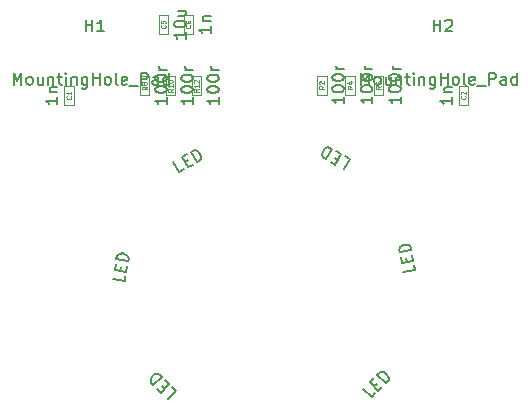
<source format=gbr>
G04 #@! TF.GenerationSoftware,KiCad,Pcbnew,(6.0.2)*
G04 #@! TF.CreationDate,2022-09-07T09:27:56-04:00*
G04 #@! TF.ProjectId,Foras Promineo CLR PCB,466f7261-7320-4507-926f-6d696e656f20,rev?*
G04 #@! TF.SameCoordinates,PX4c4b400PY6a92b70*
G04 #@! TF.FileFunction,AssemblyDrawing,Top*
%FSLAX46Y46*%
G04 Gerber Fmt 4.6, Leading zero omitted, Abs format (unit mm)*
G04 Created by KiCad (PCBNEW (6.0.2)) date 2022-09-07 09:27:56*
%MOMM*%
%LPD*%
G01*
G04 APERTURE LIST*
%ADD10C,0.150000*%
%ADD11C,0.060000*%
%ADD12C,0.100000*%
G04 APERTURE END LIST*
D10*
G04 #@! TO.C,D2*
X12601241Y24999580D02*
X12683930Y24530624D01*
X11699123Y24356976D01*
X12027506Y25236891D02*
X11969624Y25565160D01*
X12460668Y25796805D02*
X12543358Y25327849D01*
X11558550Y25154201D01*
X11475861Y25623157D01*
X12386248Y26218866D02*
X11401440Y26045218D01*
X11360095Y26279696D01*
X11382184Y26428651D01*
X11459437Y26538980D01*
X11544959Y26602414D01*
X11724273Y26682385D01*
X11864960Y26707192D01*
X12060811Y26693373D01*
X12162871Y26663015D01*
X12273200Y26585762D01*
X12344903Y26453344D01*
X12386248Y26218866D01*
G04 #@! TO.C,D3*
X9345231Y14100631D02*
X9008514Y13763914D01*
X8301407Y14471020D01*
X9210544Y14706723D02*
X9446247Y14942425D01*
X9917651Y14673051D02*
X9580934Y14336333D01*
X8873827Y15043440D01*
X9210544Y15380158D01*
X10220697Y14976097D02*
X9513590Y15683204D01*
X9681949Y15851562D01*
X9816636Y15918906D01*
X9951323Y15918906D01*
X10052338Y15885234D01*
X10220697Y15784219D01*
X10321712Y15683204D01*
X10422728Y15514845D01*
X10456399Y15413830D01*
X10456399Y15279143D01*
X10389056Y15144456D01*
X10220697Y14976097D01*
G04 #@! TO.C,D1*
X6737293Y34194228D02*
X7153201Y33962327D01*
X6666210Y33088920D01*
X6191067Y33899059D02*
X5899931Y34061389D01*
X6030249Y34588458D02*
X6446157Y34356558D01*
X5959166Y33483151D01*
X5543258Y33715051D01*
X5655932Y34797169D02*
X5168941Y33923762D01*
X4960987Y34039712D01*
X4859404Y34150873D01*
X4822603Y34280435D01*
X4827392Y34386806D01*
X4878562Y34576360D01*
X4948132Y34701132D01*
X5082483Y34844305D01*
X5170454Y34904297D01*
X5300015Y34941098D01*
X5447978Y34913119D01*
X5655932Y34797169D01*
G04 #@! TO.C,D5*
X-11821225Y24071470D02*
X-11903915Y23602514D01*
X-12888723Y23776162D01*
X-12279194Y24490697D02*
X-12221311Y24818967D01*
X-11680653Y24868695D02*
X-11763342Y24399739D01*
X-12748150Y24573387D01*
X-12665461Y25042343D01*
X-11606232Y25290755D02*
X-12591040Y25464404D01*
X-12549695Y25698882D01*
X-12477993Y25831300D01*
X-12367664Y25908553D01*
X-12265603Y25938911D01*
X-12069752Y25952730D01*
X-11929065Y25927923D01*
X-11749752Y25847952D01*
X-11664229Y25784518D01*
X-11586976Y25674189D01*
X-11564887Y25525233D01*
X-11606232Y25290755D01*
G04 #@! TO.C,D6*
X-6845541Y33066972D02*
X-7257934Y32828876D01*
X-7757934Y33694902D01*
X-6818770Y33687271D02*
X-6530095Y33853937D01*
X-6144472Y33471733D02*
X-6556866Y33233638D01*
X-7056866Y34099664D01*
X-6644472Y34337759D01*
X-5773319Y33686019D02*
X-6273319Y34552045D01*
X-6067122Y34671092D01*
X-5919595Y34701281D01*
X-5789497Y34666422D01*
X-5700639Y34607753D01*
X-5564161Y34466605D01*
X-5492733Y34342887D01*
X-5438734Y34154120D01*
X-5432354Y34047832D01*
X-5467214Y33917735D01*
X-5567122Y33805067D01*
X-5773319Y33686019D01*
G04 #@! TO.C,D4*
X-7873631Y14647232D02*
X-7536914Y14310515D01*
X-8244020Y13603408D01*
X-8479723Y14512545D02*
X-8715425Y14748248D01*
X-8446051Y15219652D02*
X-8109333Y14882935D01*
X-8816440Y14175828D01*
X-9153158Y14512545D01*
X-8749097Y15522698D02*
X-9456204Y14815591D01*
X-9624562Y14983950D01*
X-9691906Y15118637D01*
X-9691906Y15253324D01*
X-9658234Y15354339D01*
X-9557219Y15522698D01*
X-9456204Y15623713D01*
X-9287845Y15724729D01*
X-9186830Y15758400D01*
X-9052143Y15758400D01*
X-8917456Y15691057D01*
X-8749097Y15522698D01*
G04 #@! TO.C,C1*
X-17577620Y39183334D02*
X-17577620Y38611905D01*
X-17577620Y38897620D02*
X-18577620Y38897620D01*
X-18434762Y38802381D01*
X-18339524Y38707143D01*
X-18291905Y38611905D01*
X-18244286Y39611905D02*
X-17577620Y39611905D01*
X-18149048Y39611905D02*
X-18196667Y39659524D01*
X-18244286Y39754762D01*
X-18244286Y39897620D01*
X-18196667Y39992858D01*
X-18101429Y40040477D01*
X-17577620Y40040477D01*
D11*
X-16457143Y39283334D02*
X-16438096Y39264286D01*
X-16419048Y39207143D01*
X-16419048Y39169048D01*
X-16438096Y39111905D01*
X-16476191Y39073810D01*
X-16514286Y39054762D01*
X-16590477Y39035715D01*
X-16647620Y39035715D01*
X-16723810Y39054762D01*
X-16761905Y39073810D01*
X-16800000Y39111905D01*
X-16819048Y39169048D01*
X-16819048Y39207143D01*
X-16800000Y39264286D01*
X-16780953Y39283334D01*
X-16419048Y39664286D02*
X-16419048Y39435715D01*
X-16419048Y39550000D02*
X-16819048Y39550000D01*
X-16761905Y39511905D01*
X-16723810Y39473810D01*
X-16704762Y39435715D01*
D10*
G04 #@! TO.C,C2*
X15822380Y39183334D02*
X15822380Y38611905D01*
X15822380Y38897620D02*
X14822380Y38897620D01*
X14965238Y38802381D01*
X15060476Y38707143D01*
X15108095Y38611905D01*
X15155714Y39611905D02*
X15822380Y39611905D01*
X15250952Y39611905D02*
X15203333Y39659524D01*
X15155714Y39754762D01*
X15155714Y39897620D01*
X15203333Y39992858D01*
X15298571Y40040477D01*
X15822380Y40040477D01*
D11*
X16942857Y39283334D02*
X16961904Y39264286D01*
X16980952Y39207143D01*
X16980952Y39169048D01*
X16961904Y39111905D01*
X16923809Y39073810D01*
X16885714Y39054762D01*
X16809523Y39035715D01*
X16752380Y39035715D01*
X16676190Y39054762D01*
X16638095Y39073810D01*
X16600000Y39111905D01*
X16580952Y39169048D01*
X16580952Y39207143D01*
X16600000Y39264286D01*
X16619047Y39283334D01*
X16619047Y39435715D02*
X16600000Y39454762D01*
X16580952Y39492858D01*
X16580952Y39588096D01*
X16600000Y39626191D01*
X16619047Y39645239D01*
X16657142Y39664286D01*
X16695238Y39664286D01*
X16752380Y39645239D01*
X16980952Y39416667D01*
X16980952Y39664286D01*
D10*
G04 #@! TO.C,H1*
X-21301429Y40247620D02*
X-21301429Y41247620D01*
X-20968096Y40533334D01*
X-20634762Y41247620D01*
X-20634762Y40247620D01*
X-20015715Y40247620D02*
X-20110953Y40295239D01*
X-20158572Y40342858D01*
X-20206191Y40438096D01*
X-20206191Y40723810D01*
X-20158572Y40819048D01*
X-20110953Y40866667D01*
X-20015715Y40914286D01*
X-19872858Y40914286D01*
X-19777620Y40866667D01*
X-19730001Y40819048D01*
X-19682381Y40723810D01*
X-19682381Y40438096D01*
X-19730001Y40342858D01*
X-19777620Y40295239D01*
X-19872858Y40247620D01*
X-20015715Y40247620D01*
X-18825239Y40914286D02*
X-18825239Y40247620D01*
X-19253810Y40914286D02*
X-19253810Y40390477D01*
X-19206191Y40295239D01*
X-19110953Y40247620D01*
X-18968096Y40247620D01*
X-18872858Y40295239D01*
X-18825239Y40342858D01*
X-18349048Y40914286D02*
X-18349048Y40247620D01*
X-18349048Y40819048D02*
X-18301429Y40866667D01*
X-18206191Y40914286D01*
X-18063334Y40914286D01*
X-17968096Y40866667D01*
X-17920477Y40771429D01*
X-17920477Y40247620D01*
X-17587143Y40914286D02*
X-17206191Y40914286D01*
X-17444286Y41247620D02*
X-17444286Y40390477D01*
X-17396667Y40295239D01*
X-17301429Y40247620D01*
X-17206191Y40247620D01*
X-16872858Y40247620D02*
X-16872858Y40914286D01*
X-16872858Y41247620D02*
X-16920477Y41200000D01*
X-16872858Y41152381D01*
X-16825239Y41200000D01*
X-16872858Y41247620D01*
X-16872858Y41152381D01*
X-16396667Y40914286D02*
X-16396667Y40247620D01*
X-16396667Y40819048D02*
X-16349048Y40866667D01*
X-16253810Y40914286D01*
X-16110953Y40914286D01*
X-16015715Y40866667D01*
X-15968096Y40771429D01*
X-15968096Y40247620D01*
X-15063334Y40914286D02*
X-15063334Y40104762D01*
X-15110953Y40009524D01*
X-15158572Y39961905D01*
X-15253810Y39914286D01*
X-15396667Y39914286D01*
X-15491905Y39961905D01*
X-15063334Y40295239D02*
X-15158572Y40247620D01*
X-15349048Y40247620D01*
X-15444286Y40295239D01*
X-15491905Y40342858D01*
X-15539524Y40438096D01*
X-15539524Y40723810D01*
X-15491905Y40819048D01*
X-15444286Y40866667D01*
X-15349048Y40914286D01*
X-15158572Y40914286D01*
X-15063334Y40866667D01*
X-14587143Y40247620D02*
X-14587143Y41247620D01*
X-14587143Y40771429D02*
X-14015715Y40771429D01*
X-14015715Y40247620D02*
X-14015715Y41247620D01*
X-13396667Y40247620D02*
X-13491905Y40295239D01*
X-13539524Y40342858D01*
X-13587143Y40438096D01*
X-13587143Y40723810D01*
X-13539524Y40819048D01*
X-13491905Y40866667D01*
X-13396667Y40914286D01*
X-13253810Y40914286D01*
X-13158572Y40866667D01*
X-13110953Y40819048D01*
X-13063334Y40723810D01*
X-13063334Y40438096D01*
X-13110953Y40342858D01*
X-13158572Y40295239D01*
X-13253810Y40247620D01*
X-13396667Y40247620D01*
X-12491905Y40247620D02*
X-12587143Y40295239D01*
X-12634762Y40390477D01*
X-12634762Y41247620D01*
X-11730000Y40295239D02*
X-11825239Y40247620D01*
X-12015715Y40247620D01*
X-12110953Y40295239D01*
X-12158572Y40390477D01*
X-12158572Y40771429D01*
X-12110953Y40866667D01*
X-12015715Y40914286D01*
X-11825239Y40914286D01*
X-11730000Y40866667D01*
X-11682381Y40771429D01*
X-11682381Y40676191D01*
X-12158572Y40580953D01*
X-11491905Y40152381D02*
X-10730000Y40152381D01*
X-10491905Y40247620D02*
X-10491905Y41247620D01*
X-10110953Y41247620D01*
X-10015715Y41200000D01*
X-9968096Y41152381D01*
X-9920477Y41057143D01*
X-9920477Y40914286D01*
X-9968096Y40819048D01*
X-10015715Y40771429D01*
X-10110953Y40723810D01*
X-10491905Y40723810D01*
X-9063334Y40247620D02*
X-9063334Y40771429D01*
X-9110953Y40866667D01*
X-9206191Y40914286D01*
X-9396667Y40914286D01*
X-9491905Y40866667D01*
X-9063334Y40295239D02*
X-9158572Y40247620D01*
X-9396667Y40247620D01*
X-9491905Y40295239D01*
X-9539524Y40390477D01*
X-9539524Y40485715D01*
X-9491905Y40580953D01*
X-9396667Y40628572D01*
X-9158572Y40628572D01*
X-9063334Y40676191D01*
X-8158572Y40247620D02*
X-8158572Y41247620D01*
X-8158572Y40295239D02*
X-8253810Y40247620D01*
X-8444286Y40247620D01*
X-8539524Y40295239D01*
X-8587143Y40342858D01*
X-8634762Y40438096D01*
X-8634762Y40723810D01*
X-8587143Y40819048D01*
X-8539524Y40866667D01*
X-8444286Y40914286D01*
X-8253810Y40914286D01*
X-8158572Y40866667D01*
X-15191905Y44747620D02*
X-15191905Y45747620D01*
X-15191905Y45271429D02*
X-14620477Y45271429D01*
X-14620477Y44747620D02*
X-14620477Y45747620D01*
X-13620477Y44747620D02*
X-14191905Y44747620D01*
X-13906191Y44747620D02*
X-13906191Y45747620D01*
X-14001429Y45604762D01*
X-14096667Y45509524D01*
X-14191905Y45461905D01*
G04 #@! TO.C,H2*
X8158571Y40247620D02*
X8158571Y41247620D01*
X8491904Y40533334D01*
X8825238Y41247620D01*
X8825238Y40247620D01*
X9444285Y40247620D02*
X9349047Y40295239D01*
X9301428Y40342858D01*
X9253809Y40438096D01*
X9253809Y40723810D01*
X9301428Y40819048D01*
X9349047Y40866667D01*
X9444285Y40914286D01*
X9587142Y40914286D01*
X9682380Y40866667D01*
X9730000Y40819048D01*
X9777619Y40723810D01*
X9777619Y40438096D01*
X9730000Y40342858D01*
X9682380Y40295239D01*
X9587142Y40247620D01*
X9444285Y40247620D01*
X10634761Y40914286D02*
X10634761Y40247620D01*
X10206190Y40914286D02*
X10206190Y40390477D01*
X10253809Y40295239D01*
X10349047Y40247620D01*
X10491904Y40247620D01*
X10587142Y40295239D01*
X10634761Y40342858D01*
X11110952Y40914286D02*
X11110952Y40247620D01*
X11110952Y40819048D02*
X11158571Y40866667D01*
X11253809Y40914286D01*
X11396666Y40914286D01*
X11491904Y40866667D01*
X11539523Y40771429D01*
X11539523Y40247620D01*
X11872857Y40914286D02*
X12253809Y40914286D01*
X12015714Y41247620D02*
X12015714Y40390477D01*
X12063333Y40295239D01*
X12158571Y40247620D01*
X12253809Y40247620D01*
X12587142Y40247620D02*
X12587142Y40914286D01*
X12587142Y41247620D02*
X12539523Y41200000D01*
X12587142Y41152381D01*
X12634761Y41200000D01*
X12587142Y41247620D01*
X12587142Y41152381D01*
X13063333Y40914286D02*
X13063333Y40247620D01*
X13063333Y40819048D02*
X13110952Y40866667D01*
X13206190Y40914286D01*
X13349047Y40914286D01*
X13444285Y40866667D01*
X13491904Y40771429D01*
X13491904Y40247620D01*
X14396666Y40914286D02*
X14396666Y40104762D01*
X14349047Y40009524D01*
X14301428Y39961905D01*
X14206190Y39914286D01*
X14063333Y39914286D01*
X13968095Y39961905D01*
X14396666Y40295239D02*
X14301428Y40247620D01*
X14110952Y40247620D01*
X14015714Y40295239D01*
X13968095Y40342858D01*
X13920476Y40438096D01*
X13920476Y40723810D01*
X13968095Y40819048D01*
X14015714Y40866667D01*
X14110952Y40914286D01*
X14301428Y40914286D01*
X14396666Y40866667D01*
X14872857Y40247620D02*
X14872857Y41247620D01*
X14872857Y40771429D02*
X15444285Y40771429D01*
X15444285Y40247620D02*
X15444285Y41247620D01*
X16063333Y40247620D02*
X15968095Y40295239D01*
X15920476Y40342858D01*
X15872857Y40438096D01*
X15872857Y40723810D01*
X15920476Y40819048D01*
X15968095Y40866667D01*
X16063333Y40914286D01*
X16206190Y40914286D01*
X16301428Y40866667D01*
X16349047Y40819048D01*
X16396666Y40723810D01*
X16396666Y40438096D01*
X16349047Y40342858D01*
X16301428Y40295239D01*
X16206190Y40247620D01*
X16063333Y40247620D01*
X16968095Y40247620D02*
X16872857Y40295239D01*
X16825238Y40390477D01*
X16825238Y41247620D01*
X17730000Y40295239D02*
X17634761Y40247620D01*
X17444285Y40247620D01*
X17349047Y40295239D01*
X17301428Y40390477D01*
X17301428Y40771429D01*
X17349047Y40866667D01*
X17444285Y40914286D01*
X17634761Y40914286D01*
X17730000Y40866667D01*
X17777619Y40771429D01*
X17777619Y40676191D01*
X17301428Y40580953D01*
X17968095Y40152381D02*
X18730000Y40152381D01*
X18968095Y40247620D02*
X18968095Y41247620D01*
X19349047Y41247620D01*
X19444285Y41200000D01*
X19491904Y41152381D01*
X19539523Y41057143D01*
X19539523Y40914286D01*
X19491904Y40819048D01*
X19444285Y40771429D01*
X19349047Y40723810D01*
X18968095Y40723810D01*
X20396666Y40247620D02*
X20396666Y40771429D01*
X20349047Y40866667D01*
X20253809Y40914286D01*
X20063333Y40914286D01*
X19968095Y40866667D01*
X20396666Y40295239D02*
X20301428Y40247620D01*
X20063333Y40247620D01*
X19968095Y40295239D01*
X19920476Y40390477D01*
X19920476Y40485715D01*
X19968095Y40580953D01*
X20063333Y40628572D01*
X20301428Y40628572D01*
X20396666Y40676191D01*
X21301428Y40247620D02*
X21301428Y41247620D01*
X21301428Y40295239D02*
X21206190Y40247620D01*
X21015714Y40247620D01*
X20920476Y40295239D01*
X20872857Y40342858D01*
X20825238Y40438096D01*
X20825238Y40723810D01*
X20872857Y40819048D01*
X20920476Y40866667D01*
X21015714Y40914286D01*
X21206190Y40914286D01*
X21301428Y40866667D01*
X14268095Y44747620D02*
X14268095Y45747620D01*
X14268095Y45271429D02*
X14839523Y45271429D01*
X14839523Y44747620D02*
X14839523Y45747620D01*
X15268095Y45652381D02*
X15315714Y45700000D01*
X15410952Y45747620D01*
X15649047Y45747620D01*
X15744285Y45700000D01*
X15791904Y45652381D01*
X15839523Y45557143D01*
X15839523Y45461905D01*
X15791904Y45319048D01*
X15220476Y44747620D01*
X15839523Y44747620D01*
G04 #@! TO.C,R2*
X6682380Y39223810D02*
X6682380Y38652381D01*
X6682380Y38938096D02*
X5682380Y38938096D01*
X5825238Y38842858D01*
X5920476Y38747620D01*
X5968095Y38652381D01*
X5682380Y39842858D02*
X5682380Y39938096D01*
X5730000Y40033334D01*
X5777619Y40080953D01*
X5872857Y40128572D01*
X6063333Y40176191D01*
X6301428Y40176191D01*
X6491904Y40128572D01*
X6587142Y40080953D01*
X6634761Y40033334D01*
X6682380Y39938096D01*
X6682380Y39842858D01*
X6634761Y39747620D01*
X6587142Y39700000D01*
X6491904Y39652381D01*
X6301428Y39604762D01*
X6063333Y39604762D01*
X5872857Y39652381D01*
X5777619Y39700000D01*
X5730000Y39747620D01*
X5682380Y39842858D01*
X5682380Y40795239D02*
X5682380Y40890477D01*
X5730000Y40985715D01*
X5777619Y41033334D01*
X5872857Y41080953D01*
X6063333Y41128572D01*
X6301428Y41128572D01*
X6491904Y41080953D01*
X6587142Y41033334D01*
X6634761Y40985715D01*
X6682380Y40890477D01*
X6682380Y40795239D01*
X6634761Y40700000D01*
X6587142Y40652381D01*
X6491904Y40604762D01*
X6301428Y40557143D01*
X6063333Y40557143D01*
X5872857Y40604762D01*
X5777619Y40652381D01*
X5730000Y40700000D01*
X5682380Y40795239D01*
X6682380Y41557143D02*
X6015714Y41557143D01*
X6206190Y41557143D02*
X6110952Y41604762D01*
X6063333Y41652381D01*
X6015714Y41747620D01*
X6015714Y41842858D01*
D11*
X4980952Y40133334D02*
X4790476Y40000000D01*
X4980952Y39904762D02*
X4580952Y39904762D01*
X4580952Y40057143D01*
X4600000Y40095239D01*
X4619047Y40114286D01*
X4657142Y40133334D01*
X4714285Y40133334D01*
X4752380Y40114286D01*
X4771428Y40095239D01*
X4790476Y40057143D01*
X4790476Y39904762D01*
X4619047Y40285715D02*
X4600000Y40304762D01*
X4580952Y40342858D01*
X4580952Y40438096D01*
X4600000Y40476191D01*
X4619047Y40495239D01*
X4657142Y40514286D01*
X4695238Y40514286D01*
X4752380Y40495239D01*
X4980952Y40266667D01*
X4980952Y40514286D01*
D10*
G04 #@! TO.C,R4*
X9082380Y39223810D02*
X9082380Y38652381D01*
X9082380Y38938096D02*
X8082380Y38938096D01*
X8225238Y38842858D01*
X8320476Y38747620D01*
X8368095Y38652381D01*
X8082380Y39842858D02*
X8082380Y39938096D01*
X8130000Y40033334D01*
X8177619Y40080953D01*
X8272857Y40128572D01*
X8463333Y40176191D01*
X8701428Y40176191D01*
X8891904Y40128572D01*
X8987142Y40080953D01*
X9034761Y40033334D01*
X9082380Y39938096D01*
X9082380Y39842858D01*
X9034761Y39747620D01*
X8987142Y39700000D01*
X8891904Y39652381D01*
X8701428Y39604762D01*
X8463333Y39604762D01*
X8272857Y39652381D01*
X8177619Y39700000D01*
X8130000Y39747620D01*
X8082380Y39842858D01*
X8082380Y40795239D02*
X8082380Y40890477D01*
X8130000Y40985715D01*
X8177619Y41033334D01*
X8272857Y41080953D01*
X8463333Y41128572D01*
X8701428Y41128572D01*
X8891904Y41080953D01*
X8987142Y41033334D01*
X9034761Y40985715D01*
X9082380Y40890477D01*
X9082380Y40795239D01*
X9034761Y40700000D01*
X8987142Y40652381D01*
X8891904Y40604762D01*
X8701428Y40557143D01*
X8463333Y40557143D01*
X8272857Y40604762D01*
X8177619Y40652381D01*
X8130000Y40700000D01*
X8082380Y40795239D01*
X9082380Y41557143D02*
X8415714Y41557143D01*
X8606190Y41557143D02*
X8510952Y41604762D01*
X8463333Y41652381D01*
X8415714Y41747620D01*
X8415714Y41842858D01*
D11*
X7380952Y40133334D02*
X7190476Y40000000D01*
X7380952Y39904762D02*
X6980952Y39904762D01*
X6980952Y40057143D01*
X7000000Y40095239D01*
X7019047Y40114286D01*
X7057142Y40133334D01*
X7114285Y40133334D01*
X7152380Y40114286D01*
X7171428Y40095239D01*
X7190476Y40057143D01*
X7190476Y39904762D01*
X7114285Y40476191D02*
X7380952Y40476191D01*
X6961904Y40380953D02*
X7247619Y40285715D01*
X7247619Y40533334D01*
D10*
G04 #@! TO.C,R6*
X11482380Y39223810D02*
X11482380Y38652381D01*
X11482380Y38938096D02*
X10482380Y38938096D01*
X10625238Y38842858D01*
X10720476Y38747620D01*
X10768095Y38652381D01*
X10482380Y39842858D02*
X10482380Y39938096D01*
X10530000Y40033334D01*
X10577619Y40080953D01*
X10672857Y40128572D01*
X10863333Y40176191D01*
X11101428Y40176191D01*
X11291904Y40128572D01*
X11387142Y40080953D01*
X11434761Y40033334D01*
X11482380Y39938096D01*
X11482380Y39842858D01*
X11434761Y39747620D01*
X11387142Y39700000D01*
X11291904Y39652381D01*
X11101428Y39604762D01*
X10863333Y39604762D01*
X10672857Y39652381D01*
X10577619Y39700000D01*
X10530000Y39747620D01*
X10482380Y39842858D01*
X10482380Y40795239D02*
X10482380Y40890477D01*
X10530000Y40985715D01*
X10577619Y41033334D01*
X10672857Y41080953D01*
X10863333Y41128572D01*
X11101428Y41128572D01*
X11291904Y41080953D01*
X11387142Y41033334D01*
X11434761Y40985715D01*
X11482380Y40890477D01*
X11482380Y40795239D01*
X11434761Y40700000D01*
X11387142Y40652381D01*
X11291904Y40604762D01*
X11101428Y40557143D01*
X10863333Y40557143D01*
X10672857Y40604762D01*
X10577619Y40652381D01*
X10530000Y40700000D01*
X10482380Y40795239D01*
X11482380Y41557143D02*
X10815714Y41557143D01*
X11006190Y41557143D02*
X10910952Y41604762D01*
X10863333Y41652381D01*
X10815714Y41747620D01*
X10815714Y41842858D01*
D11*
X9780952Y40133334D02*
X9590476Y40000000D01*
X9780952Y39904762D02*
X9380952Y39904762D01*
X9380952Y40057143D01*
X9400000Y40095239D01*
X9419047Y40114286D01*
X9457142Y40133334D01*
X9514285Y40133334D01*
X9552380Y40114286D01*
X9571428Y40095239D01*
X9590476Y40057143D01*
X9590476Y39904762D01*
X9380952Y40476191D02*
X9380952Y40400000D01*
X9400000Y40361905D01*
X9419047Y40342858D01*
X9476190Y40304762D01*
X9552380Y40285715D01*
X9704761Y40285715D01*
X9742857Y40304762D01*
X9761904Y40323810D01*
X9780952Y40361905D01*
X9780952Y40438096D01*
X9761904Y40476191D01*
X9742857Y40495239D01*
X9704761Y40514286D01*
X9609523Y40514286D01*
X9571428Y40495239D01*
X9552380Y40476191D01*
X9533333Y40438096D01*
X9533333Y40361905D01*
X9552380Y40323810D01*
X9571428Y40304762D01*
X9609523Y40285715D01*
D10*
G04 #@! TO.C,R8*
X-8317620Y39173810D02*
X-8317620Y38602381D01*
X-8317620Y38888096D02*
X-9317620Y38888096D01*
X-9174762Y38792858D01*
X-9079524Y38697620D01*
X-9031905Y38602381D01*
X-9317620Y39792858D02*
X-9317620Y39888096D01*
X-9270000Y39983334D01*
X-9222381Y40030953D01*
X-9127143Y40078572D01*
X-8936667Y40126191D01*
X-8698572Y40126191D01*
X-8508096Y40078572D01*
X-8412858Y40030953D01*
X-8365239Y39983334D01*
X-8317620Y39888096D01*
X-8317620Y39792858D01*
X-8365239Y39697620D01*
X-8412858Y39650000D01*
X-8508096Y39602381D01*
X-8698572Y39554762D01*
X-8936667Y39554762D01*
X-9127143Y39602381D01*
X-9222381Y39650000D01*
X-9270000Y39697620D01*
X-9317620Y39792858D01*
X-9317620Y40745239D02*
X-9317620Y40840477D01*
X-9270000Y40935715D01*
X-9222381Y40983334D01*
X-9127143Y41030953D01*
X-8936667Y41078572D01*
X-8698572Y41078572D01*
X-8508096Y41030953D01*
X-8412858Y40983334D01*
X-8365239Y40935715D01*
X-8317620Y40840477D01*
X-8317620Y40745239D01*
X-8365239Y40650000D01*
X-8412858Y40602381D01*
X-8508096Y40554762D01*
X-8698572Y40507143D01*
X-8936667Y40507143D01*
X-9127143Y40554762D01*
X-9222381Y40602381D01*
X-9270000Y40650000D01*
X-9317620Y40745239D01*
X-8317620Y41507143D02*
X-8984286Y41507143D01*
X-8793810Y41507143D02*
X-8889048Y41554762D01*
X-8936667Y41602381D01*
X-8984286Y41697620D01*
X-8984286Y41792858D01*
D11*
X-10019048Y40083334D02*
X-10209524Y39950000D01*
X-10019048Y39854762D02*
X-10419048Y39854762D01*
X-10419048Y40007143D01*
X-10400000Y40045239D01*
X-10380953Y40064286D01*
X-10342858Y40083334D01*
X-10285715Y40083334D01*
X-10247620Y40064286D01*
X-10228572Y40045239D01*
X-10209524Y40007143D01*
X-10209524Y39854762D01*
X-10247620Y40311905D02*
X-10266667Y40273810D01*
X-10285715Y40254762D01*
X-10323810Y40235715D01*
X-10342858Y40235715D01*
X-10380953Y40254762D01*
X-10400000Y40273810D01*
X-10419048Y40311905D01*
X-10419048Y40388096D01*
X-10400000Y40426191D01*
X-10380953Y40445239D01*
X-10342858Y40464286D01*
X-10323810Y40464286D01*
X-10285715Y40445239D01*
X-10266667Y40426191D01*
X-10247620Y40388096D01*
X-10247620Y40311905D01*
X-10228572Y40273810D01*
X-10209524Y40254762D01*
X-10171429Y40235715D01*
X-10095239Y40235715D01*
X-10057143Y40254762D01*
X-10038096Y40273810D01*
X-10019048Y40311905D01*
X-10019048Y40388096D01*
X-10038096Y40426191D01*
X-10057143Y40445239D01*
X-10095239Y40464286D01*
X-10171429Y40464286D01*
X-10209524Y40445239D01*
X-10228572Y40426191D01*
X-10247620Y40388096D01*
D10*
G04 #@! TO.C,R10*
X-6117620Y39173810D02*
X-6117620Y38602381D01*
X-6117620Y38888096D02*
X-7117620Y38888096D01*
X-6974762Y38792858D01*
X-6879524Y38697620D01*
X-6831905Y38602381D01*
X-7117620Y39792858D02*
X-7117620Y39888096D01*
X-7070000Y39983334D01*
X-7022381Y40030953D01*
X-6927143Y40078572D01*
X-6736667Y40126191D01*
X-6498572Y40126191D01*
X-6308096Y40078572D01*
X-6212858Y40030953D01*
X-6165239Y39983334D01*
X-6117620Y39888096D01*
X-6117620Y39792858D01*
X-6165239Y39697620D01*
X-6212858Y39650000D01*
X-6308096Y39602381D01*
X-6498572Y39554762D01*
X-6736667Y39554762D01*
X-6927143Y39602381D01*
X-7022381Y39650000D01*
X-7070000Y39697620D01*
X-7117620Y39792858D01*
X-7117620Y40745239D02*
X-7117620Y40840477D01*
X-7070000Y40935715D01*
X-7022381Y40983334D01*
X-6927143Y41030953D01*
X-6736667Y41078572D01*
X-6498572Y41078572D01*
X-6308096Y41030953D01*
X-6212858Y40983334D01*
X-6165239Y40935715D01*
X-6117620Y40840477D01*
X-6117620Y40745239D01*
X-6165239Y40650000D01*
X-6212858Y40602381D01*
X-6308096Y40554762D01*
X-6498572Y40507143D01*
X-6736667Y40507143D01*
X-6927143Y40554762D01*
X-7022381Y40602381D01*
X-7070000Y40650000D01*
X-7117620Y40745239D01*
X-6117620Y41507143D02*
X-6784286Y41507143D01*
X-6593810Y41507143D02*
X-6689048Y41554762D01*
X-6736667Y41602381D01*
X-6784286Y41697620D01*
X-6784286Y41792858D01*
D11*
X-7819048Y39892858D02*
X-8009524Y39759524D01*
X-7819048Y39664286D02*
X-8219048Y39664286D01*
X-8219048Y39816667D01*
X-8200000Y39854762D01*
X-8180953Y39873810D01*
X-8142858Y39892858D01*
X-8085715Y39892858D01*
X-8047620Y39873810D01*
X-8028572Y39854762D01*
X-8009524Y39816667D01*
X-8009524Y39664286D01*
X-7819048Y40273810D02*
X-7819048Y40045239D01*
X-7819048Y40159524D02*
X-8219048Y40159524D01*
X-8161905Y40121429D01*
X-8123810Y40083334D01*
X-8104762Y40045239D01*
X-8219048Y40521429D02*
X-8219048Y40559524D01*
X-8200000Y40597620D01*
X-8180953Y40616667D01*
X-8142858Y40635715D01*
X-8066667Y40654762D01*
X-7971429Y40654762D01*
X-7895239Y40635715D01*
X-7857143Y40616667D01*
X-7838096Y40597620D01*
X-7819048Y40559524D01*
X-7819048Y40521429D01*
X-7838096Y40483334D01*
X-7857143Y40464286D01*
X-7895239Y40445239D01*
X-7971429Y40426191D01*
X-8066667Y40426191D01*
X-8142858Y40445239D01*
X-8180953Y40464286D01*
X-8200000Y40483334D01*
X-8219048Y40521429D01*
D10*
G04 #@! TO.C,R12*
X-3917620Y39173810D02*
X-3917620Y38602381D01*
X-3917620Y38888096D02*
X-4917620Y38888096D01*
X-4774762Y38792858D01*
X-4679524Y38697620D01*
X-4631905Y38602381D01*
X-4917620Y39792858D02*
X-4917620Y39888096D01*
X-4870000Y39983334D01*
X-4822381Y40030953D01*
X-4727143Y40078572D01*
X-4536667Y40126191D01*
X-4298572Y40126191D01*
X-4108096Y40078572D01*
X-4012858Y40030953D01*
X-3965239Y39983334D01*
X-3917620Y39888096D01*
X-3917620Y39792858D01*
X-3965239Y39697620D01*
X-4012858Y39650000D01*
X-4108096Y39602381D01*
X-4298572Y39554762D01*
X-4536667Y39554762D01*
X-4727143Y39602381D01*
X-4822381Y39650000D01*
X-4870000Y39697620D01*
X-4917620Y39792858D01*
X-4917620Y40745239D02*
X-4917620Y40840477D01*
X-4870000Y40935715D01*
X-4822381Y40983334D01*
X-4727143Y41030953D01*
X-4536667Y41078572D01*
X-4298572Y41078572D01*
X-4108096Y41030953D01*
X-4012858Y40983334D01*
X-3965239Y40935715D01*
X-3917620Y40840477D01*
X-3917620Y40745239D01*
X-3965239Y40650000D01*
X-4012858Y40602381D01*
X-4108096Y40554762D01*
X-4298572Y40507143D01*
X-4536667Y40507143D01*
X-4727143Y40554762D01*
X-4822381Y40602381D01*
X-4870000Y40650000D01*
X-4917620Y40745239D01*
X-3917620Y41507143D02*
X-4584286Y41507143D01*
X-4393810Y41507143D02*
X-4489048Y41554762D01*
X-4536667Y41602381D01*
X-4584286Y41697620D01*
X-4584286Y41792858D01*
D11*
X-5619048Y39892858D02*
X-5809524Y39759524D01*
X-5619048Y39664286D02*
X-6019048Y39664286D01*
X-6019048Y39816667D01*
X-6000000Y39854762D01*
X-5980953Y39873810D01*
X-5942858Y39892858D01*
X-5885715Y39892858D01*
X-5847620Y39873810D01*
X-5828572Y39854762D01*
X-5809524Y39816667D01*
X-5809524Y39664286D01*
X-5619048Y40273810D02*
X-5619048Y40045239D01*
X-5619048Y40159524D02*
X-6019048Y40159524D01*
X-5961905Y40121429D01*
X-5923810Y40083334D01*
X-5904762Y40045239D01*
X-5980953Y40426191D02*
X-6000000Y40445239D01*
X-6019048Y40483334D01*
X-6019048Y40578572D01*
X-6000000Y40616667D01*
X-5980953Y40635715D01*
X-5942858Y40654762D01*
X-5904762Y40654762D01*
X-5847620Y40635715D01*
X-5619048Y40407143D01*
X-5619048Y40654762D01*
D10*
G04 #@! TO.C,C5*
X-6717620Y44707143D02*
X-6717620Y44135715D01*
X-6717620Y44421429D02*
X-7717620Y44421429D01*
X-7574762Y44326191D01*
X-7479524Y44230953D01*
X-7431905Y44135715D01*
X-7717620Y45326191D02*
X-7717620Y45421429D01*
X-7670000Y45516667D01*
X-7622381Y45564286D01*
X-7527143Y45611905D01*
X-7336667Y45659524D01*
X-7098572Y45659524D01*
X-6908096Y45611905D01*
X-6812858Y45564286D01*
X-6765239Y45516667D01*
X-6717620Y45421429D01*
X-6717620Y45326191D01*
X-6765239Y45230953D01*
X-6812858Y45183334D01*
X-6908096Y45135715D01*
X-7098572Y45088096D01*
X-7336667Y45088096D01*
X-7527143Y45135715D01*
X-7622381Y45183334D01*
X-7670000Y45230953D01*
X-7717620Y45326191D01*
X-7384286Y46516667D02*
X-6717620Y46516667D01*
X-7384286Y46088096D02*
X-6860477Y46088096D01*
X-6765239Y46135715D01*
X-6717620Y46230953D01*
X-6717620Y46373810D01*
X-6765239Y46469048D01*
X-6812858Y46516667D01*
D11*
X-8457143Y45283334D02*
X-8438096Y45264286D01*
X-8419048Y45207143D01*
X-8419048Y45169048D01*
X-8438096Y45111905D01*
X-8476191Y45073810D01*
X-8514286Y45054762D01*
X-8590477Y45035715D01*
X-8647620Y45035715D01*
X-8723810Y45054762D01*
X-8761905Y45073810D01*
X-8800000Y45111905D01*
X-8819048Y45169048D01*
X-8819048Y45207143D01*
X-8800000Y45264286D01*
X-8780953Y45283334D01*
X-8819048Y45645239D02*
X-8819048Y45454762D01*
X-8628572Y45435715D01*
X-8647620Y45454762D01*
X-8666667Y45492858D01*
X-8666667Y45588096D01*
X-8647620Y45626191D01*
X-8628572Y45645239D01*
X-8590477Y45664286D01*
X-8495239Y45664286D01*
X-8457143Y45645239D01*
X-8438096Y45626191D01*
X-8419048Y45588096D01*
X-8419048Y45492858D01*
X-8438096Y45454762D01*
X-8457143Y45435715D01*
D10*
G04 #@! TO.C,C6*
X-4617620Y45183334D02*
X-4617620Y44611905D01*
X-4617620Y44897620D02*
X-5617620Y44897620D01*
X-5474762Y44802381D01*
X-5379524Y44707143D01*
X-5331905Y44611905D01*
X-5284286Y45611905D02*
X-4617620Y45611905D01*
X-5189048Y45611905D02*
X-5236667Y45659524D01*
X-5284286Y45754762D01*
X-5284286Y45897620D01*
X-5236667Y45992858D01*
X-5141429Y46040477D01*
X-4617620Y46040477D01*
D11*
X-6357143Y45283334D02*
X-6338096Y45264286D01*
X-6319048Y45207143D01*
X-6319048Y45169048D01*
X-6338096Y45111905D01*
X-6376191Y45073810D01*
X-6414286Y45054762D01*
X-6490477Y45035715D01*
X-6547620Y45035715D01*
X-6623810Y45054762D01*
X-6661905Y45073810D01*
X-6700000Y45111905D01*
X-6719048Y45169048D01*
X-6719048Y45207143D01*
X-6700000Y45264286D01*
X-6680953Y45283334D01*
X-6719048Y45626191D02*
X-6719048Y45550000D01*
X-6700000Y45511905D01*
X-6680953Y45492858D01*
X-6623810Y45454762D01*
X-6547620Y45435715D01*
X-6395239Y45435715D01*
X-6357143Y45454762D01*
X-6338096Y45473810D01*
X-6319048Y45511905D01*
X-6319048Y45588096D01*
X-6338096Y45626191D01*
X-6357143Y45645239D01*
X-6395239Y45664286D01*
X-6490477Y45664286D01*
X-6528572Y45645239D01*
X-6547620Y45626191D01*
X-6566667Y45588096D01*
X-6566667Y45511905D01*
X-6547620Y45473810D01*
X-6528572Y45454762D01*
X-6490477Y45435715D01*
D12*
G04 #@! TO.C,C1*
X-16200000Y38550000D02*
X-17000000Y38550000D01*
X-17000000Y40150000D02*
X-16200000Y40150000D01*
X-16200000Y40150000D02*
X-16200000Y38550000D01*
X-17000000Y38550000D02*
X-17000000Y40150000D01*
G04 #@! TO.C,C2*
X17200000Y38550000D02*
X16400000Y38550000D01*
X16400000Y40150000D02*
X17200000Y40150000D01*
X16400000Y38550000D02*
X16400000Y40150000D01*
X17200000Y40150000D02*
X17200000Y38550000D01*
G04 #@! TO.C,R2*
X5200000Y39400000D02*
X4400000Y39400000D01*
X4400000Y41000000D02*
X5200000Y41000000D01*
X4400000Y39400000D02*
X4400000Y41000000D01*
X5200000Y41000000D02*
X5200000Y39400000D01*
G04 #@! TO.C,R4*
X7600000Y39400000D02*
X6800000Y39400000D01*
X6800000Y41000000D02*
X7600000Y41000000D01*
X6800000Y39400000D02*
X6800000Y41000000D01*
X7600000Y41000000D02*
X7600000Y39400000D01*
G04 #@! TO.C,R6*
X10000000Y41000000D02*
X10000000Y39400000D01*
X9200000Y39400000D02*
X9200000Y41000000D01*
X10000000Y39400000D02*
X9200000Y39400000D01*
X9200000Y41000000D02*
X10000000Y41000000D01*
G04 #@! TO.C,R8*
X-10600000Y40950000D02*
X-9800000Y40950000D01*
X-10600000Y39350000D02*
X-10600000Y40950000D01*
X-9800000Y40950000D02*
X-9800000Y39350000D01*
X-9800000Y39350000D02*
X-10600000Y39350000D01*
G04 #@! TO.C,R10*
X-7600000Y40950000D02*
X-7600000Y39350000D01*
X-7600000Y39350000D02*
X-8400000Y39350000D01*
X-8400000Y40950000D02*
X-7600000Y40950000D01*
X-8400000Y39350000D02*
X-8400000Y40950000D01*
G04 #@! TO.C,R12*
X-6200000Y40950000D02*
X-5400000Y40950000D01*
X-5400000Y40950000D02*
X-5400000Y39350000D01*
X-6200000Y39350000D02*
X-6200000Y40950000D01*
X-5400000Y39350000D02*
X-6200000Y39350000D01*
G04 #@! TO.C,C5*
X-9000000Y46150000D02*
X-8200000Y46150000D01*
X-8200000Y46150000D02*
X-8200000Y44550000D01*
X-9000000Y44550000D02*
X-9000000Y46150000D01*
X-8200000Y44550000D02*
X-9000000Y44550000D01*
G04 #@! TO.C,C6*
X-6900000Y46150000D02*
X-6100000Y46150000D01*
X-6100000Y44550000D02*
X-6900000Y44550000D01*
X-6100000Y46150000D02*
X-6100000Y44550000D01*
X-6900000Y44550000D02*
X-6900000Y46150000D01*
G04 #@! TD*
M02*

</source>
